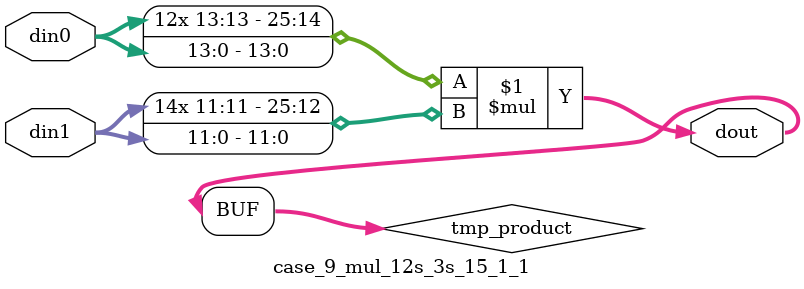
<source format=v>

`timescale 1 ns / 1 ps

 (* use_dsp = "no" *)  module case_9_mul_12s_3s_15_1_1(din0, din1, dout);
parameter ID = 1;
parameter NUM_STAGE = 0;
parameter din0_WIDTH = 14;
parameter din1_WIDTH = 12;
parameter dout_WIDTH = 26;

input [din0_WIDTH - 1 : 0] din0; 
input [din1_WIDTH - 1 : 0] din1; 
output [dout_WIDTH - 1 : 0] dout;

wire signed [dout_WIDTH - 1 : 0] tmp_product;



























assign tmp_product = $signed(din0) * $signed(din1);








assign dout = tmp_product;





















endmodule

</source>
